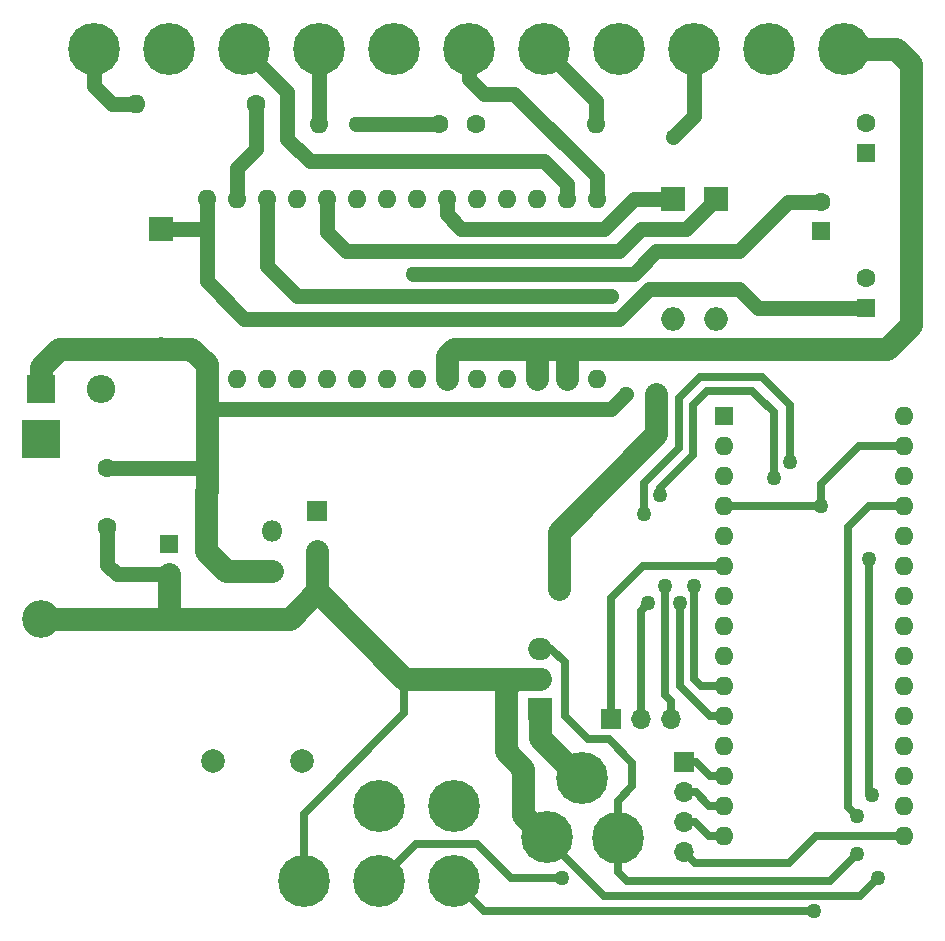
<source format=gbr>
%TF.GenerationSoftware,KiCad,Pcbnew,6.0.11+dfsg-1*%
%TF.CreationDate,2023-11-07T11:39:56+00:00*%
%TF.ProjectId,bb2a,62623261-2e6b-4696-9361-645f70636258,rev?*%
%TF.SameCoordinates,Original*%
%TF.FileFunction,Copper,L1,Top*%
%TF.FilePolarity,Positive*%
%FSLAX46Y46*%
G04 Gerber Fmt 4.6, Leading zero omitted, Abs format (unit mm)*
G04 Created by KiCad (PCBNEW 6.0.11+dfsg-1) date 2023-11-07 11:39:56*
%MOMM*%
%LPD*%
G01*
G04 APERTURE LIST*
%TA.AperFunction,ComponentPad*%
%ADD10R,1.600000X1.600000*%
%TD*%
%TA.AperFunction,ComponentPad*%
%ADD11O,1.600000X1.600000*%
%TD*%
%TA.AperFunction,ComponentPad*%
%ADD12C,1.600000*%
%TD*%
%TA.AperFunction,ComponentPad*%
%ADD13R,2.000000X2.000000*%
%TD*%
%TA.AperFunction,ComponentPad*%
%ADD14O,2.000000X2.000000*%
%TD*%
%TA.AperFunction,ComponentPad*%
%ADD15C,0.700000*%
%TD*%
%TA.AperFunction,ComponentPad*%
%ADD16C,4.400000*%
%TD*%
%TA.AperFunction,ComponentPad*%
%ADD17R,2.400000X2.400000*%
%TD*%
%TA.AperFunction,ComponentPad*%
%ADD18O,2.400000X2.400000*%
%TD*%
%TA.AperFunction,ComponentPad*%
%ADD19R,1.800000X1.800000*%
%TD*%
%TA.AperFunction,ComponentPad*%
%ADD20O,1.800000X1.800000*%
%TD*%
%TA.AperFunction,ComponentPad*%
%ADD21C,2.000000*%
%TD*%
%TA.AperFunction,ComponentPad*%
%ADD22R,1.700000X1.700000*%
%TD*%
%TA.AperFunction,ComponentPad*%
%ADD23O,1.700000X1.700000*%
%TD*%
%TA.AperFunction,ComponentPad*%
%ADD24R,3.200000X3.200000*%
%TD*%
%TA.AperFunction,ComponentPad*%
%ADD25O,3.200000X3.200000*%
%TD*%
%TA.AperFunction,ComponentPad*%
%ADD26R,2.000000X1.905000*%
%TD*%
%TA.AperFunction,ComponentPad*%
%ADD27O,2.000000X1.905000*%
%TD*%
%TA.AperFunction,ViaPad*%
%ADD28C,1.270000*%
%TD*%
%TA.AperFunction,Conductor*%
%ADD29C,0.635000*%
%TD*%
%TA.AperFunction,Conductor*%
%ADD30C,1.905000*%
%TD*%
%TA.AperFunction,Conductor*%
%ADD31C,1.270000*%
%TD*%
G04 APERTURE END LIST*
D10*
%TO.P,U3,1,VCC*%
%TO.N,+12V*%
X130185000Y-100970000D03*
D11*
%TO.P,U3,2,~{HIN1}*%
%TO.N,/Motor Control/U_PULL_HIGH_LOGIC*%
X132725000Y-100970000D03*
%TO.P,U3,3,~{HIN2}*%
%TO.N,/Motor Control/V_PULL_HIGH_LOGIC*%
X135265000Y-100970000D03*
%TO.P,U3,4,~{HIN3}*%
%TO.N,/Motor Control/W_PULL_HIGH_LOGIC*%
X137805000Y-100970000D03*
%TO.P,U3,5,~{LIN1}*%
%TO.N,/Motor Control/U_PULL_LOW_LOGIC*%
X140345000Y-100970000D03*
%TO.P,U3,6,~{LIN2}*%
%TO.N,/Motor Control/V_PULL_LOW_LOGIC*%
X142885000Y-100970000D03*
%TO.P,U3,7,~{LIN3}*%
%TO.N,/Motor Control/W_PULL_LOW_LOGIC*%
X145425000Y-100970000D03*
%TO.P,U3,8,~{FAULT}*%
%TO.N,/Motor Control/FAULT_LOGIC*%
X147965000Y-100970000D03*
%TO.P,U3,9,ITRIP*%
%TO.N,GNDPWR*%
X150505000Y-100970000D03*
%TO.P,U3,10,CAO*%
%TO.N,unconnected-(U3-Pad10)*%
X153045000Y-100970000D03*
%TO.P,U3,11,CA-*%
%TO.N,unconnected-(U3-Pad11)*%
X155585000Y-100970000D03*
%TO.P,U3,12,VSS*%
%TO.N,GNDPWR*%
X158125000Y-100970000D03*
%TO.P,U3,13,VS0*%
X160665000Y-100970000D03*
%TO.P,U3,14,LO3*%
%TO.N,/Motor Control/W_LOW_SIDE_DRIVE*%
X163205000Y-100970000D03*
%TO.P,U3,15,LO2*%
%TO.N,/Motor Control/V_LOW_SIDE_DRIVE*%
X163205000Y-85730000D03*
%TO.P,U3,16,LO1*%
%TO.N,/Motor Control/U_LOW_SIDE_DRIVE*%
X160665000Y-85730000D03*
%TO.P,U3,17*%
%TO.N,N/C*%
X158125000Y-85730000D03*
%TO.P,U3,18,VS3*%
%TO.N,/Motor Control/MOTOR_W*%
X155585000Y-85730000D03*
%TO.P,U3,19,HO3*%
%TO.N,Net-(R3-Pad1)*%
X153045000Y-85730000D03*
%TO.P,U3,20,VB3*%
%TO.N,Net-(C6-Pad1)*%
X150505000Y-85730000D03*
%TO.P,U3,21*%
%TO.N,N/C*%
X147965000Y-85730000D03*
%TO.P,U3,22,VS2*%
%TO.N,/Motor Control/MOTOR_V*%
X145425000Y-85730000D03*
%TO.P,U3,23,HO2*%
%TO.N,Net-(R2-Pad1)*%
X142885000Y-85730000D03*
%TO.P,U3,24,VB2*%
%TO.N,Net-(C5-Pad1)*%
X140345000Y-85730000D03*
%TO.P,U3,25*%
%TO.N,N/C*%
X137805000Y-85730000D03*
%TO.P,U3,26,VS1*%
%TO.N,/Motor Control/MOTOR U*%
X135265000Y-85730000D03*
%TO.P,U3,27,HO1*%
%TO.N,Net-(R1-Pad1)*%
X132725000Y-85730000D03*
%TO.P,U3,28,VB1*%
%TO.N,Net-(C4-Pad1)*%
X130185000Y-85730000D03*
%TD*%
D10*
%TO.P,C5,1*%
%TO.N,Net-(C5-Pad1)*%
X182245000Y-88474280D03*
D12*
%TO.P,C5,2*%
%TO.N,/Motor Control/MOTOR_V*%
X182245000Y-85974280D03*
%TD*%
D10*
%TO.P,C4,1*%
%TO.N,Net-(C4-Pad1)*%
X186055000Y-94959520D03*
D12*
%TO.P,C4,2*%
%TO.N,/Motor Control/MOTOR U*%
X186055000Y-92459520D03*
%TD*%
D10*
%TO.P,C6,1*%
%TO.N,Net-(C6-Pad1)*%
X186055000Y-81827380D03*
D12*
%TO.P,C6,2*%
%TO.N,/Motor Control/MOTOR_W*%
X186055000Y-79327380D03*
%TD*%
D13*
%TO.P,D3,1,K*%
%TO.N,Net-(C5-Pad1)*%
X173355000Y-85725000D03*
D14*
%TO.P,D3,2,A*%
%TO.N,+12V*%
X173355000Y-95885000D03*
%TD*%
D15*
%TO.P,H20,1,1*%
%TO.N,+5V*%
X165000000Y-138250000D03*
X163350000Y-139900000D03*
X163833274Y-141066726D03*
X166650000Y-139900000D03*
X163833274Y-138733274D03*
X166166726Y-138733274D03*
X166166726Y-141066726D03*
D16*
X165000000Y-139900000D03*
D15*
X165000000Y-141550000D03*
%TD*%
%TO.P,H5,1,1*%
%TO.N,/Motor Control/MOTOR_V*%
X144883274Y-71858274D03*
D16*
X146050000Y-73025000D03*
D15*
X147700000Y-73025000D03*
X144400000Y-73025000D03*
X146050000Y-74675000D03*
X147216726Y-71858274D03*
X147216726Y-74191726D03*
X144883274Y-74191726D03*
X146050000Y-71375000D03*
%TD*%
D17*
%TO.P,C2,1*%
%TO.N,+12V*%
X116205000Y-101854000D03*
D18*
%TO.P,C2,2*%
%TO.N,GNDPWR*%
X121285000Y-101854000D03*
%TD*%
D19*
%TO.P,U1,1,VIN*%
%TO.N,VCC*%
X139545000Y-112170000D03*
D20*
%TO.P,U1,2,OUT*%
%TO.N,Net-(D1-Pad1)*%
X135745000Y-113870000D03*
%TO.P,U1,3,GND*%
%TO.N,GNDPWR*%
X139545000Y-115570000D03*
%TO.P,U1,4,FB*%
%TO.N,+12V*%
X135745000Y-117270000D03*
%TO.P,U1,5,~{ON}/OFF*%
%TO.N,GNDPWR*%
X139545000Y-118970000D03*
%TD*%
D15*
%TO.P,H17,1,1*%
%TO.N,GNDPWR*%
X139596726Y-142333274D03*
X139596726Y-144666726D03*
X136780000Y-143500000D03*
X138430000Y-145150000D03*
X140080000Y-143500000D03*
X138430000Y-141850000D03*
X137263274Y-144666726D03*
D16*
X138430000Y-143500000D03*
D15*
X137263274Y-142333274D03*
%TD*%
%TO.P,H9,1,1*%
%TO.N,/Motor Control/W_LOW_SIDE_DRIVE*%
X170283274Y-74191726D03*
X172616726Y-71858274D03*
X171450000Y-71375000D03*
X172616726Y-74191726D03*
X169800000Y-73025000D03*
X171450000Y-74675000D03*
D16*
X171450000Y-73025000D03*
D15*
X173100000Y-73025000D03*
X170283274Y-71858274D03*
%TD*%
%TO.P,H21,1,1*%
%TO.N,GNDPWR*%
X160650000Y-139800000D03*
X160166726Y-138633274D03*
X160166726Y-140966726D03*
D16*
X159000000Y-139800000D03*
D15*
X157833274Y-140966726D03*
X157833274Y-138633274D03*
X159000000Y-138150000D03*
X157350000Y-139800000D03*
X159000000Y-141450000D03*
%TD*%
D12*
%TO.P,R2,1*%
%TO.N,Net-(R2-Pad1)*%
X149860000Y-79375000D03*
D11*
%TO.P,R2,2*%
%TO.N,/Motor Control/V_HIGH_SIDE_DRIVE*%
X139700000Y-79375000D03*
%TD*%
D10*
%TO.P,A1,1,D1/TX*%
%TO.N,unconnected-(A1-Pad1)*%
X174000000Y-104140000D03*
D11*
%TO.P,A1,2,D0/RX*%
%TO.N,unconnected-(A1-Pad2)*%
X174000000Y-106680000D03*
%TO.P,A1,3,~{RESET}*%
%TO.N,unconnected-(A1-Pad3)*%
X174000000Y-109220000D03*
%TO.P,A1,4,GND*%
%TO.N,GNDPWR*%
X174000000Y-111760000D03*
%TO.P,A1,5,D2*%
%TO.N,/Motor Control/FAULT_LOGIC*%
X174000000Y-114300000D03*
%TO.P,A1,6,D3*%
%TO.N,Net-(J1-Pad1)*%
X174000000Y-116840000D03*
%TO.P,A1,7,D4*%
%TO.N,/Motor Control/U_PULL_LOW_LOGIC*%
X174000000Y-119380000D03*
%TO.P,A1,8,D5*%
%TO.N,/Motor Control/W_PULL_HIGH_LOGIC*%
X174000000Y-121920000D03*
%TO.P,A1,9,D6*%
%TO.N,/Motor Control/V_PULL_HIGH_LOGIC*%
X174000000Y-124460000D03*
%TO.P,A1,10,D7*%
%TO.N,/Motor Control/W_PULL_LOW_LOGIC*%
X174000000Y-127000000D03*
%TO.P,A1,11,D8*%
%TO.N,/Motor Control/V_PULL_LOW_LOGIC*%
X174000000Y-129540000D03*
%TO.P,A1,12,D9*%
%TO.N,/Motor Control/U_PULL_HIGH_LOGIC*%
X174000000Y-132080000D03*
%TO.P,A1,13,D10*%
%TO.N,Net-(A1-Pad13)*%
X174000000Y-134620000D03*
%TO.P,A1,14,D11*%
%TO.N,Net-(A1-Pad14)*%
X174000000Y-137160000D03*
%TO.P,A1,15,D12*%
%TO.N,Net-(A1-Pad15)*%
X174000000Y-139700000D03*
%TO.P,A1,16,D13*%
%TO.N,Net-(A1-Pad16)*%
X189240000Y-139700000D03*
%TO.P,A1,17,3V3*%
%TO.N,unconnected-(A1-Pad17)*%
X189240000Y-137160000D03*
%TO.P,A1,18,AREF*%
%TO.N,unconnected-(A1-Pad18)*%
X189240000Y-134620000D03*
%TO.P,A1,19,A0*%
%TO.N,Net-(A1-Pad19)*%
X189240000Y-132080000D03*
%TO.P,A1,20,A1*%
%TO.N,Net-(A1-Pad20)*%
X189240000Y-129540000D03*
%TO.P,A1,21,A2*%
%TO.N,Net-(A1-Pad21)*%
X189240000Y-127000000D03*
%TO.P,A1,22,A3*%
%TO.N,Net-(A1-Pad22)*%
X189240000Y-124460000D03*
%TO.P,A1,23,A4*%
%TO.N,Net-(A1-Pad23)*%
X189240000Y-121920000D03*
%TO.P,A1,24,A5*%
%TO.N,unconnected-(A1-Pad24)*%
X189240000Y-119380000D03*
%TO.P,A1,25,A6*%
%TO.N,unconnected-(A1-Pad25)*%
X189240000Y-116840000D03*
%TO.P,A1,26,A7*%
%TO.N,unconnected-(A1-Pad26)*%
X189240000Y-114300000D03*
%TO.P,A1,27,+5V*%
%TO.N,+5V*%
X189240000Y-111760000D03*
%TO.P,A1,28,~{RESET}*%
%TO.N,unconnected-(A1-Pad28)*%
X189240000Y-109220000D03*
%TO.P,A1,29,GND*%
%TO.N,GNDPWR*%
X189240000Y-106680000D03*
%TO.P,A1,30,VIN*%
%TO.N,unconnected-(A1-Pad30)*%
X189240000Y-104140000D03*
%TD*%
D15*
%TO.P,H16,1,1*%
%TO.N,Net-(A1-Pad19)*%
X152296726Y-142343274D03*
X149963274Y-144676726D03*
X151130000Y-145160000D03*
X151130000Y-141860000D03*
X152296726Y-144676726D03*
D16*
X151130000Y-143510000D03*
D15*
X152780000Y-143510000D03*
X149963274Y-142343274D03*
X149480000Y-143510000D03*
%TD*%
%TO.P,H10,1,1*%
%TO.N,VCC*%
X178966726Y-71858274D03*
X178966726Y-74191726D03*
X177800000Y-74675000D03*
X179450000Y-73025000D03*
X176150000Y-73025000D03*
D16*
X177800000Y-73025000D03*
D15*
X176633274Y-71858274D03*
X177800000Y-71375000D03*
X176633274Y-74191726D03*
%TD*%
%TO.P,H2,1,1*%
%TO.N,/Motor Control/MOTOR U*%
X125833274Y-74191726D03*
X128166726Y-71858274D03*
D16*
X127000000Y-73025000D03*
D15*
X127000000Y-74675000D03*
X127000000Y-71375000D03*
X128650000Y-73025000D03*
X125833274Y-71858274D03*
X128166726Y-74191726D03*
X125350000Y-73025000D03*
%TD*%
%TO.P,H15,1,1*%
%TO.N,Net-(A1-Pad20)*%
X145946726Y-135993274D03*
X143130000Y-137160000D03*
X143613274Y-135993274D03*
X146430000Y-137160000D03*
D16*
X144780000Y-137160000D03*
D15*
X144780000Y-138810000D03*
X144780000Y-135510000D03*
X145946726Y-138326726D03*
X143613274Y-138326726D03*
%TD*%
%TO.P,H19,1,1*%
%TO.N,+12V*%
X162000000Y-136400000D03*
X160833274Y-133583274D03*
X163650000Y-134750000D03*
X163166726Y-133583274D03*
X163166726Y-135916726D03*
D16*
X162000000Y-134750000D03*
D15*
X162000000Y-133100000D03*
X160350000Y-134750000D03*
X160833274Y-135916726D03*
%TD*%
%TO.P,H3,1,1*%
%TO.N,/Motor Control/U_LOW_SIDE_DRIVE*%
X133350000Y-71375000D03*
X133350000Y-74675000D03*
X132183274Y-71858274D03*
X134516726Y-71858274D03*
X131700000Y-73025000D03*
X134516726Y-74191726D03*
X132183274Y-74191726D03*
X135000000Y-73025000D03*
D16*
X133350000Y-73025000D03*
%TD*%
D12*
%TO.P,R3,1*%
%TO.N,Net-(R3-Pad1)*%
X153035000Y-79375000D03*
D11*
%TO.P,R3,2*%
%TO.N,/Motor Control/W_HIGH_SIDE_DRIVE*%
X163195000Y-79375000D03*
%TD*%
D21*
%TO.P,L1,1,1*%
%TO.N,Net-(D1-Pad1)*%
X138230000Y-133350000D03*
%TO.P,L1,2,2*%
%TO.N,+12V*%
X130730000Y-133350000D03*
%TD*%
D22*
%TO.P,J2,1,Pin_1*%
%TO.N,Net-(A1-Pad13)*%
X170650000Y-133450000D03*
D23*
%TO.P,J2,2,Pin_2*%
%TO.N,Net-(A1-Pad14)*%
X170650000Y-135990000D03*
%TO.P,J2,3,Pin_3*%
%TO.N,Net-(A1-Pad15)*%
X170650000Y-138530000D03*
%TO.P,J2,4,Pin_4*%
%TO.N,Net-(A1-Pad16)*%
X170650000Y-141070000D03*
%TD*%
D15*
%TO.P,H7,1,1*%
%TO.N,/Motor Control/W_HIGH_SIDE_DRIVE*%
X157100000Y-73025000D03*
X158750000Y-71375000D03*
X159916726Y-74191726D03*
X160400000Y-73025000D03*
X159916726Y-71858274D03*
D16*
X158750000Y-73025000D03*
D15*
X158750000Y-74675000D03*
X157583274Y-74191726D03*
X157583274Y-71858274D03*
%TD*%
D22*
%TO.P,J1,1,Pin_1*%
%TO.N,Net-(J1-Pad1)*%
X164420000Y-129750000D03*
D23*
%TO.P,J1,2,Pin_2*%
%TO.N,Net-(A1-Pad23)*%
X166960000Y-129750000D03*
%TO.P,J1,3,Pin_3*%
%TO.N,Net-(A1-Pad22)*%
X169500000Y-129750000D03*
%TD*%
D13*
%TO.P,D4,1,K*%
%TO.N,Net-(C6-Pad1)*%
X169672000Y-85725000D03*
D14*
%TO.P,D4,2,A*%
%TO.N,+12V*%
X169672000Y-95885000D03*
%TD*%
D10*
%TO.P,C1,1*%
%TO.N,VCC*%
X127000000Y-114996210D03*
D12*
%TO.P,C1,2*%
%TO.N,GNDPWR*%
X127000000Y-117496210D03*
%TD*%
D13*
%TO.P,D2,1,K*%
%TO.N,Net-(C4-Pad1)*%
X126365000Y-88265000D03*
D14*
%TO.P,D2,2,A*%
%TO.N,+12V*%
X126365000Y-98425000D03*
%TD*%
D24*
%TO.P,D1,1,K*%
%TO.N,Net-(D1-Pad1)*%
X116205000Y-106045000D03*
D25*
%TO.P,D1,2,A*%
%TO.N,GNDPWR*%
X116205000Y-121285000D03*
%TD*%
D15*
%TO.P,H6,1,1*%
%TO.N,/Motor Control/V_LOW_SIDE_DRIVE*%
X153566726Y-74191726D03*
X152400000Y-74675000D03*
X154050000Y-73025000D03*
X152400000Y-71375000D03*
X151233274Y-71858274D03*
X153566726Y-71858274D03*
X151233274Y-74191726D03*
X150750000Y-73025000D03*
D16*
X152400000Y-73025000D03*
%TD*%
D12*
%TO.P,R1,1*%
%TO.N,Net-(R1-Pad1)*%
X134366000Y-77724000D03*
D11*
%TO.P,R1,2*%
%TO.N,/Motor Control/U_HIGH_SIDE_DRIVE*%
X124206000Y-77724000D03*
%TD*%
D12*
%TO.P,C3,1*%
%TO.N,+12V*%
X121793000Y-108498000D03*
%TO.P,C3,2*%
%TO.N,GNDPWR*%
X121793000Y-113498000D03*
%TD*%
D15*
%TO.P,H4,1,1*%
%TO.N,/Motor Control/V_HIGH_SIDE_DRIVE*%
X138533274Y-74191726D03*
X139700000Y-71375000D03*
X139700000Y-74675000D03*
D16*
X139700000Y-73025000D03*
D15*
X140866726Y-74191726D03*
X141350000Y-73025000D03*
X138050000Y-73025000D03*
X140866726Y-71858274D03*
X138533274Y-71858274D03*
%TD*%
%TO.P,H1,1,1*%
%TO.N,/Motor Control/U_HIGH_SIDE_DRIVE*%
X120650000Y-74675000D03*
X121816726Y-74191726D03*
X121816726Y-71858274D03*
D16*
X120650000Y-73025000D03*
D15*
X119483274Y-71858274D03*
X119000000Y-73025000D03*
X120650000Y-71375000D03*
X119483274Y-74191726D03*
X122300000Y-73025000D03*
%TD*%
%TO.P,H8,1,1*%
%TO.N,/Motor Control/MOTOR_W*%
X163933274Y-74191726D03*
X166266726Y-71858274D03*
X165100000Y-74675000D03*
X163933274Y-71858274D03*
X165100000Y-71375000D03*
X166266726Y-74191726D03*
X166750000Y-73025000D03*
D16*
X165100000Y-73025000D03*
D15*
X163450000Y-73025000D03*
%TD*%
D26*
%TO.P,U2,1,VI*%
%TO.N,+12V*%
X158455000Y-128905000D03*
D27*
%TO.P,U2,2,GND*%
%TO.N,GNDPWR*%
X158455000Y-126365000D03*
%TO.P,U2,3,VO*%
%TO.N,+5V*%
X158455000Y-123825000D03*
%TD*%
D15*
%TO.P,H11,1,1*%
%TO.N,GNDPWR*%
X182983274Y-74191726D03*
X182500000Y-73025000D03*
X185800000Y-73025000D03*
X185316726Y-74191726D03*
X185316726Y-71858274D03*
X184150000Y-71375000D03*
X182983274Y-71858274D03*
X184150000Y-74675000D03*
D16*
X184150000Y-73025000D03*
%TD*%
D15*
%TO.P,H18,1,1*%
%TO.N,+5V*%
X146430000Y-143510000D03*
D16*
X144780000Y-143510000D03*
D15*
X145946726Y-144676726D03*
X143613274Y-144676726D03*
X143613274Y-142343274D03*
X145946726Y-142343274D03*
X144780000Y-141860000D03*
X144780000Y-145160000D03*
X143130000Y-143510000D03*
%TD*%
%TO.P,H14,1,1*%
%TO.N,Net-(A1-Pad21)*%
X152296726Y-138326726D03*
X151130000Y-135510000D03*
X152780000Y-137160000D03*
X152296726Y-135993274D03*
X151130000Y-138810000D03*
X149963274Y-135993274D03*
D16*
X151130000Y-137160000D03*
D15*
X149963274Y-138326726D03*
X149480000Y-137160000D03*
%TD*%
D28*
%TO.N,GNDPWR*%
X186500000Y-136250000D03*
X187000000Y-143250000D03*
X186250000Y-116250000D03*
X182245000Y-111760000D03*
%TO.N,/Motor Control/W_PULL_LOW_LOGIC*%
X171500000Y-118500000D03*
%TO.N,/Motor Control/V_PULL_LOW_LOGIC*%
X170250000Y-120000000D03*
%TO.N,Net-(A1-Pad19)*%
X181610000Y-146050000D03*
%TO.N,+5V*%
X185250000Y-141250000D03*
X160250000Y-143250000D03*
X185250000Y-138000000D03*
%TO.N,VCC*%
X168275000Y-102235000D03*
X160020000Y-118745000D03*
%TO.N,+12V*%
X165735000Y-102235000D03*
%TO.N,/Motor Control/MOTOR U*%
X164465000Y-93980000D03*
%TO.N,/Motor Control/MOTOR_V*%
X147701000Y-92075000D03*
%TO.N,/Motor Control/W_LOW_SIDE_DRIVE*%
X169672000Y-80518000D03*
%TO.N,Net-(R2-Pad1)*%
X142875000Y-79375000D03*
%TO.N,Net-(A1-Pad22)*%
X169000000Y-118500000D03*
X168600000Y-110800000D03*
X178200000Y-109400000D03*
%TO.N,Net-(A1-Pad23)*%
X167600000Y-120000000D03*
X167200000Y-112400000D03*
X179600000Y-108000000D03*
%TD*%
D29*
%TO.N,GNDPWR*%
X187000000Y-143250000D02*
X185500000Y-144750000D01*
X146940000Y-129310000D02*
X146940000Y-126365000D01*
D30*
X158125000Y-100970000D02*
X158125000Y-98435000D01*
X187833000Y-98425000D02*
X189865000Y-96393000D01*
D29*
X155575000Y-127000000D02*
X156210000Y-126365000D01*
D30*
X139545000Y-118970000D02*
X146940000Y-126365000D01*
D29*
X186250000Y-116250000D02*
X186250000Y-133750000D01*
D30*
X160665000Y-100970000D02*
X160665000Y-99070000D01*
X158455000Y-126365000D02*
X156210000Y-126365000D01*
D29*
X182245000Y-109855000D02*
X182245000Y-111760000D01*
D30*
X116205000Y-121285000D02*
X127000000Y-121285000D01*
D29*
X185500000Y-144750000D02*
X163800000Y-144750000D01*
X189240000Y-106680000D02*
X185420000Y-106680000D01*
D30*
X127000000Y-121285000D02*
X127000000Y-117496210D01*
D31*
X122576210Y-117496210D02*
X121793000Y-116713000D01*
D30*
X157000000Y-137950000D02*
X157000000Y-134000000D01*
X146940000Y-126365000D02*
X156210000Y-126365000D01*
D29*
X186250000Y-136000000D02*
X186500000Y-136250000D01*
D30*
X155500000Y-132500000D02*
X155500000Y-127075000D01*
X150505000Y-100970000D02*
X150505000Y-99050000D01*
D29*
X185420000Y-106680000D02*
X182245000Y-109855000D01*
D30*
X151130000Y-98425000D02*
X158115000Y-98425000D01*
X139545000Y-115570000D02*
X139545000Y-118970000D01*
X188595000Y-73025000D02*
X184150000Y-73025000D01*
X150505000Y-99050000D02*
X151130000Y-98425000D01*
X159000000Y-139950000D02*
X157000000Y-137950000D01*
D29*
X163800000Y-144750000D02*
X159000000Y-139950000D01*
D30*
X157000000Y-134000000D02*
X155500000Y-132500000D01*
D29*
X174000000Y-111760000D02*
X182245000Y-111760000D01*
D31*
X127000000Y-117496210D02*
X122576210Y-117496210D01*
D30*
X158125000Y-98435000D02*
X158115000Y-98425000D01*
D29*
X138430000Y-143510000D02*
X138430000Y-137820000D01*
X138430000Y-137820000D02*
X146940000Y-129310000D01*
D30*
X137230000Y-121285000D02*
X139545000Y-118970000D01*
D29*
X186250000Y-133750000D02*
X186250000Y-136000000D01*
D30*
X189865000Y-96393000D02*
X189865000Y-74295000D01*
X189865000Y-74295000D02*
X188595000Y-73025000D01*
X127000000Y-121285000D02*
X137230000Y-121285000D01*
X158115000Y-98425000D02*
X187833000Y-98425000D01*
X155500000Y-127075000D02*
X156210000Y-126365000D01*
D31*
X121793000Y-116713000D02*
X121793000Y-113498000D01*
D29*
%TO.N,/Motor Control/W_PULL_LOW_LOGIC*%
X171450000Y-126365000D02*
X172085000Y-127000000D01*
X171450000Y-124460000D02*
X171450000Y-118550000D01*
X172085000Y-127000000D02*
X174000000Y-127000000D01*
X171450000Y-118550000D02*
X171500000Y-118500000D01*
X171450000Y-124460000D02*
X171450000Y-126365000D01*
%TO.N,/Motor Control/V_PULL_LOW_LOGIC*%
X170250000Y-127000000D02*
X172790000Y-129540000D01*
X170250000Y-120000000D02*
X170250000Y-127000000D01*
X172790000Y-129540000D02*
X174000000Y-129540000D01*
%TO.N,Net-(A1-Pad19)*%
X153670000Y-146050000D02*
X151130000Y-143510000D01*
X181610000Y-146050000D02*
X153670000Y-146050000D01*
%TO.N,+5V*%
X156000000Y-143250000D02*
X160250000Y-143250000D01*
X144780000Y-143510000D02*
X147955000Y-140335000D01*
X186240000Y-111760000D02*
X189240000Y-111760000D01*
X184500000Y-135000000D02*
X184500000Y-137250000D01*
X166250000Y-133500000D02*
X166250000Y-135500000D01*
X165750000Y-143500000D02*
X165000000Y-142750000D01*
X158455000Y-123825000D02*
X159325000Y-123825000D01*
X154305000Y-141555000D02*
X156000000Y-143250000D01*
X160500000Y-125000000D02*
X160500000Y-129500000D01*
X165000000Y-142750000D02*
X165000000Y-139900000D01*
X159325000Y-123825000D02*
X160500000Y-125000000D01*
X164250000Y-131500000D02*
X166250000Y-133500000D01*
X147955000Y-140335000D02*
X153085000Y-140335000D01*
X185250000Y-141250000D02*
X183000000Y-143500000D01*
X162500000Y-131500000D02*
X164250000Y-131500000D01*
X184500000Y-135000000D02*
X184500000Y-113500000D01*
X184500000Y-113500000D02*
X186240000Y-111760000D01*
X184500000Y-137250000D02*
X185250000Y-138000000D01*
X165000000Y-136750000D02*
X165000000Y-139900000D01*
X160500000Y-129500000D02*
X162500000Y-131500000D01*
X183000000Y-143500000D02*
X165750000Y-143500000D01*
X166250000Y-135500000D02*
X165000000Y-136750000D01*
X153085000Y-140335000D02*
X154305000Y-141555000D01*
D30*
%TO.N,VCC*%
X160020000Y-113919000D02*
X160020000Y-118745000D01*
X168275000Y-105664000D02*
X160020000Y-113919000D01*
X168275000Y-102235000D02*
X168275000Y-105664000D01*
%TO.N,+12V*%
X116206500Y-99947500D02*
X116206500Y-101954500D01*
D31*
X165735000Y-102235000D02*
X164465000Y-103505000D01*
D30*
X126365000Y-98425000D02*
X117729000Y-98425000D01*
X130185000Y-108448000D02*
X130185000Y-109845000D01*
X128905000Y-98425000D02*
X130185000Y-99705000D01*
X158455000Y-131371726D02*
X161833274Y-134750000D01*
D31*
X130155000Y-110530000D02*
X130185000Y-110500000D01*
D30*
X130185000Y-103515000D02*
X130185000Y-108448000D01*
X131875000Y-117270000D02*
X135745000Y-117270000D01*
X130185000Y-110500000D02*
X130175000Y-110510000D01*
D31*
X164465000Y-103505000D02*
X130195000Y-103505000D01*
D30*
X130175000Y-115570000D02*
X131875000Y-117270000D01*
X117729000Y-98425000D02*
X116206500Y-99947500D01*
D31*
X130195000Y-109855000D02*
X130185000Y-109845000D01*
D30*
X130175000Y-110510000D02*
X130175000Y-115570000D01*
D31*
X121793000Y-108498000D02*
X130135000Y-108498000D01*
X130135000Y-108498000D02*
X130185000Y-108448000D01*
X130195000Y-103505000D02*
X130185000Y-103515000D01*
D30*
X130185000Y-99705000D02*
X130185000Y-100970000D01*
X126365000Y-98425000D02*
X128905000Y-98425000D01*
X158455000Y-128905000D02*
X158455000Y-131371726D01*
X130185000Y-100970000D02*
X130185000Y-103515000D01*
X130185000Y-109845000D02*
X130185000Y-110500000D01*
D31*
%TO.N,Net-(C4-Pad1)*%
X130185000Y-88275000D02*
X130185000Y-85730000D01*
X130175000Y-88265000D02*
X130185000Y-88275000D01*
X175260000Y-93345000D02*
X167640000Y-93345000D01*
X176874520Y-94959520D02*
X175260000Y-93345000D01*
X133350000Y-95885000D02*
X130185000Y-92720000D01*
X165100000Y-95885000D02*
X133350000Y-95885000D01*
X186055000Y-94959520D02*
X176874520Y-94959520D01*
X126365000Y-88265000D02*
X130175000Y-88265000D01*
X167640000Y-93345000D02*
X165100000Y-95885000D01*
X130185000Y-92720000D02*
X130185000Y-88275000D01*
%TO.N,/Motor Control/MOTOR U*%
X164465000Y-93980000D02*
X137815000Y-93980000D01*
X137815000Y-93980000D02*
X135265000Y-91430000D01*
X135265000Y-91430000D02*
X135265000Y-85730000D01*
%TO.N,Net-(C5-Pad1)*%
X141986000Y-90170000D02*
X165100000Y-90170000D01*
X140345000Y-88529000D02*
X141986000Y-90170000D01*
X167005000Y-88265000D02*
X170815000Y-88265000D01*
X140345000Y-85730000D02*
X140345000Y-88529000D01*
X165100000Y-90170000D02*
X167005000Y-88265000D01*
X170815000Y-88265000D02*
X173355000Y-85725000D01*
%TO.N,/Motor Control/MOTOR_V*%
X175260000Y-90170000D02*
X179455720Y-85974280D01*
X150495000Y-92075000D02*
X147701000Y-92075000D01*
X166370000Y-92075000D02*
X168275000Y-90170000D01*
X168275000Y-90170000D02*
X175260000Y-90170000D01*
X150495000Y-92075000D02*
X166370000Y-92075000D01*
X179455720Y-85974280D02*
X182245000Y-85974280D01*
%TO.N,Net-(C6-Pad1)*%
X166370000Y-85725000D02*
X169672000Y-85725000D01*
X151765000Y-88265000D02*
X163830000Y-88265000D01*
X150505000Y-87005000D02*
X151765000Y-88265000D01*
X163830000Y-88265000D02*
X166370000Y-85725000D01*
X150505000Y-85730000D02*
X150505000Y-87005000D01*
%TO.N,/Motor Control/U_HIGH_SIDE_DRIVE*%
X124206000Y-77724000D02*
X122174000Y-77724000D01*
X120650000Y-76200000D02*
X120650000Y-73025000D01*
X122174000Y-77724000D02*
X120650000Y-76200000D01*
%TO.N,/Motor Control/U_LOW_SIDE_DRIVE*%
X160665000Y-85730000D02*
X160665000Y-84465000D01*
X160665000Y-84465000D02*
X158750000Y-82550000D01*
X137033000Y-80645000D02*
X137033000Y-76708000D01*
X137033000Y-76708000D02*
X133350000Y-73025000D01*
X138938000Y-82550000D02*
X137033000Y-80645000D01*
X158750000Y-82550000D02*
X138938000Y-82550000D01*
%TO.N,/Motor Control/V_HIGH_SIDE_DRIVE*%
X139700000Y-79375000D02*
X139700000Y-73025000D01*
%TO.N,/Motor Control/V_LOW_SIDE_DRIVE*%
X156210000Y-76835000D02*
X153670000Y-76835000D01*
X152400000Y-75565000D02*
X152400000Y-73025000D01*
X163205000Y-85730000D02*
X163205000Y-83830000D01*
X163205000Y-83830000D02*
X156210000Y-76835000D01*
X153670000Y-76835000D02*
X152400000Y-75565000D01*
%TO.N,/Motor Control/W_HIGH_SIDE_DRIVE*%
X163195000Y-79375000D02*
X163195000Y-77470000D01*
X163195000Y-77470000D02*
X158750000Y-73025000D01*
%TO.N,/Motor Control/W_LOW_SIDE_DRIVE*%
X171450000Y-78740000D02*
X171450000Y-73025000D01*
X169672000Y-80518000D02*
X171450000Y-78740000D01*
%TO.N,Net-(R1-Pad1)*%
X134366000Y-81534000D02*
X134366000Y-77724000D01*
X132725000Y-83175000D02*
X134366000Y-81534000D01*
X132725000Y-85730000D02*
X132725000Y-83175000D01*
%TO.N,Net-(R2-Pad1)*%
X142875000Y-79375000D02*
X149860000Y-79375000D01*
D29*
%TO.N,Net-(A1-Pad13)*%
X171650000Y-133450000D02*
X170650000Y-133450000D01*
X174000000Y-134620000D02*
X172820000Y-134620000D01*
X172820000Y-134620000D02*
X171650000Y-133450000D01*
%TO.N,Net-(A1-Pad14)*%
X172760000Y-137160000D02*
X171590000Y-135990000D01*
X171590000Y-135990000D02*
X170650000Y-135990000D01*
X174000000Y-137160000D02*
X172760000Y-137160000D01*
%TO.N,Net-(A1-Pad15)*%
X172700000Y-139700000D02*
X171530000Y-138530000D01*
X171530000Y-138530000D02*
X170650000Y-138530000D01*
X174000000Y-139700000D02*
X172700000Y-139700000D01*
%TO.N,Net-(A1-Pad16)*%
X181800000Y-139700000D02*
X179500000Y-142000000D01*
X189240000Y-139700000D02*
X181800000Y-139700000D01*
X171580000Y-142000000D02*
X170650000Y-141070000D01*
X179500000Y-142000000D02*
X171580000Y-142000000D01*
%TO.N,Net-(A1-Pad22)*%
X169000000Y-127750000D02*
X169000000Y-125750000D01*
X169500000Y-129750000D02*
X169500000Y-128250000D01*
X171400000Y-107400000D02*
X171400000Y-106600000D01*
X168600000Y-110800000D02*
X168600000Y-110200000D01*
X171400000Y-106600000D02*
X171400000Y-103200000D01*
X169000000Y-125750000D02*
X169000000Y-118500000D01*
X178200000Y-103800000D02*
X178200000Y-108600000D01*
X171400000Y-103200000D02*
X172600000Y-102000000D01*
X176400000Y-102000000D02*
X177000000Y-102600000D01*
X172600000Y-102000000D02*
X176400000Y-102000000D01*
X168600000Y-110200000D02*
X171400000Y-107400000D01*
X169500000Y-128250000D02*
X169000000Y-127750000D01*
X178200000Y-108600000D02*
X178200000Y-109400000D01*
X177000000Y-102600000D02*
X178200000Y-103800000D01*
%TO.N,Net-(A1-Pad23)*%
X167200000Y-109800000D02*
X167200000Y-112400000D01*
X170200000Y-106800000D02*
X167200000Y-109800000D01*
X177200000Y-100800000D02*
X172000000Y-100800000D01*
X179600000Y-103200000D02*
X177200000Y-100800000D01*
X170200000Y-102600000D02*
X170200000Y-106800000D01*
X166960000Y-125460000D02*
X166960000Y-120640000D01*
X166960000Y-129750000D02*
X166960000Y-125460000D01*
X166960000Y-120640000D02*
X167600000Y-120000000D01*
X172000000Y-100800000D02*
X170200000Y-102600000D01*
X179600000Y-108000000D02*
X179600000Y-103200000D01*
%TO.N,Net-(J1-Pad1)*%
X164420000Y-119580000D02*
X167160000Y-116840000D01*
X164420000Y-129750000D02*
X164420000Y-119580000D01*
X167160000Y-116840000D02*
X174000000Y-116840000D01*
%TD*%
M02*

</source>
